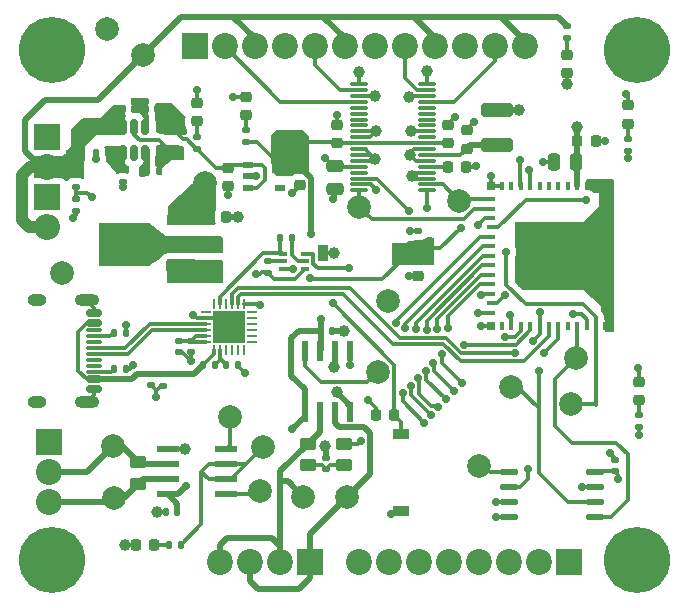
<source format=gtl>
G04 #@! TF.GenerationSoftware,KiCad,Pcbnew,8.0.6*
G04 #@! TF.CreationDate,2024-11-26T20:52:07-08:00*
G04 #@! TF.ProjectId,Constellation Stack V1.1,436f6e73-7465-46c6-9c61-74696f6e2053,rev?*
G04 #@! TF.SameCoordinates,Original*
G04 #@! TF.FileFunction,Copper,L1,Top*
G04 #@! TF.FilePolarity,Positive*
%FSLAX46Y46*%
G04 Gerber Fmt 4.6, Leading zero omitted, Abs format (unit mm)*
G04 Created by KiCad (PCBNEW 8.0.6) date 2024-11-26 20:52:07*
%MOMM*%
%LPD*%
G01*
G04 APERTURE LIST*
G04 Aperture macros list*
%AMRoundRect*
0 Rectangle with rounded corners*
0 $1 Rounding radius*
0 $2 $3 $4 $5 $6 $7 $8 $9 X,Y pos of 4 corners*
0 Add a 4 corners polygon primitive as box body*
4,1,4,$2,$3,$4,$5,$6,$7,$8,$9,$2,$3,0*
0 Add four circle primitives for the rounded corners*
1,1,$1+$1,$2,$3*
1,1,$1+$1,$4,$5*
1,1,$1+$1,$6,$7*
1,1,$1+$1,$8,$9*
0 Add four rect primitives between the rounded corners*
20,1,$1+$1,$2,$3,$4,$5,0*
20,1,$1+$1,$4,$5,$6,$7,0*
20,1,$1+$1,$6,$7,$8,$9,0*
20,1,$1+$1,$8,$9,$2,$3,0*%
%AMFreePoly0*
4,1,14,0.728536,0.728536,0.730000,0.725000,0.730000,-0.725000,0.728536,-0.728536,0.725000,-0.730000,-0.725000,-0.730000,-0.728536,-0.728536,-0.730000,-0.725000,-0.730000,0.125000,-0.728536,0.128536,-0.128536,0.728536,-0.125000,0.730000,0.725000,0.730000,0.728536,0.728536,0.728536,0.728536,$1*%
G04 Aperture macros list end*
G04 #@! TA.AperFunction,SMDPad,CuDef*
%ADD10R,0.889000X1.397000*%
G04 #@! TD*
G04 #@! TA.AperFunction,ComponentPad*
%ADD11C,2.000000*%
G04 #@! TD*
G04 #@! TA.AperFunction,SMDPad,CuDef*
%ADD12R,1.397000X0.889000*%
G04 #@! TD*
G04 #@! TA.AperFunction,SMDPad,CuDef*
%ADD13RoundRect,0.225000X0.225000X0.250000X-0.225000X0.250000X-0.225000X-0.250000X0.225000X-0.250000X0*%
G04 #@! TD*
G04 #@! TA.AperFunction,SMDPad,CuDef*
%ADD14RoundRect,0.250000X0.850000X-0.375000X0.850000X0.375000X-0.850000X0.375000X-0.850000X-0.375000X0*%
G04 #@! TD*
G04 #@! TA.AperFunction,SMDPad,CuDef*
%ADD15RoundRect,0.135000X-0.135000X-0.185000X0.135000X-0.185000X0.135000X0.185000X-0.135000X0.185000X0*%
G04 #@! TD*
G04 #@! TA.AperFunction,SMDPad,CuDef*
%ADD16RoundRect,0.135000X-0.185000X0.135000X-0.185000X-0.135000X0.185000X-0.135000X0.185000X0.135000X0*%
G04 #@! TD*
G04 #@! TA.AperFunction,SMDPad,CuDef*
%ADD17RoundRect,0.135000X0.185000X-0.135000X0.185000X0.135000X-0.185000X0.135000X-0.185000X-0.135000X0*%
G04 #@! TD*
G04 #@! TA.AperFunction,SMDPad,CuDef*
%ADD18RoundRect,0.140000X-0.170000X0.140000X-0.170000X-0.140000X0.170000X-0.140000X0.170000X0.140000X0*%
G04 #@! TD*
G04 #@! TA.AperFunction,SMDPad,CuDef*
%ADD19RoundRect,0.073750X-0.221250X0.801250X-0.221250X-0.801250X0.221250X-0.801250X0.221250X0.801250X0*%
G04 #@! TD*
G04 #@! TA.AperFunction,SMDPad,CuDef*
%ADD20RoundRect,0.250000X-1.100000X0.325000X-1.100000X-0.325000X1.100000X-0.325000X1.100000X0.325000X0*%
G04 #@! TD*
G04 #@! TA.AperFunction,SMDPad,CuDef*
%ADD21RoundRect,0.250000X-0.450000X0.262500X-0.450000X-0.262500X0.450000X-0.262500X0.450000X0.262500X0*%
G04 #@! TD*
G04 #@! TA.AperFunction,SMDPad,CuDef*
%ADD22R,0.952500X0.508000*%
G04 #@! TD*
G04 #@! TA.AperFunction,SMDPad,CuDef*
%ADD23RoundRect,0.075000X0.662500X0.075000X-0.662500X0.075000X-0.662500X-0.075000X0.662500X-0.075000X0*%
G04 #@! TD*
G04 #@! TA.AperFunction,SMDPad,CuDef*
%ADD24RoundRect,0.218750X0.256250X-0.218750X0.256250X0.218750X-0.256250X0.218750X-0.256250X-0.218750X0*%
G04 #@! TD*
G04 #@! TA.AperFunction,SMDPad,CuDef*
%ADD25RoundRect,0.140000X-0.140000X-0.170000X0.140000X-0.170000X0.140000X0.170000X-0.140000X0.170000X0*%
G04 #@! TD*
G04 #@! TA.AperFunction,SMDPad,CuDef*
%ADD26RoundRect,0.225000X-0.250000X0.225000X-0.250000X-0.225000X0.250000X-0.225000X0.250000X0.225000X0*%
G04 #@! TD*
G04 #@! TA.AperFunction,SMDPad,CuDef*
%ADD27RoundRect,0.250000X0.450000X-0.262500X0.450000X0.262500X-0.450000X0.262500X-0.450000X-0.262500X0*%
G04 #@! TD*
G04 #@! TA.AperFunction,SMDPad,CuDef*
%ADD28RoundRect,0.135000X0.135000X0.185000X-0.135000X0.185000X-0.135000X-0.185000X0.135000X-0.185000X0*%
G04 #@! TD*
G04 #@! TA.AperFunction,SMDPad,CuDef*
%ADD29RoundRect,0.062500X-0.350000X-0.062500X0.350000X-0.062500X0.350000X0.062500X-0.350000X0.062500X0*%
G04 #@! TD*
G04 #@! TA.AperFunction,SMDPad,CuDef*
%ADD30RoundRect,0.062500X-0.062500X-0.350000X0.062500X-0.350000X0.062500X0.350000X-0.062500X0.350000X0*%
G04 #@! TD*
G04 #@! TA.AperFunction,SMDPad,CuDef*
%ADD31R,2.700000X2.700000*%
G04 #@! TD*
G04 #@! TA.AperFunction,ComponentPad*
%ADD32C,5.600000*%
G04 #@! TD*
G04 #@! TA.AperFunction,SMDPad,CuDef*
%ADD33RoundRect,0.218750X-0.256250X0.218750X-0.256250X-0.218750X0.256250X-0.218750X0.256250X0.218750X0*%
G04 #@! TD*
G04 #@! TA.AperFunction,SMDPad,CuDef*
%ADD34RoundRect,0.150000X-0.500000X0.150000X-0.500000X-0.150000X0.500000X-0.150000X0.500000X0.150000X0*%
G04 #@! TD*
G04 #@! TA.AperFunction,SMDPad,CuDef*
%ADD35RoundRect,0.075000X-0.575000X0.075000X-0.575000X-0.075000X0.575000X-0.075000X0.575000X0.075000X0*%
G04 #@! TD*
G04 #@! TA.AperFunction,ComponentPad*
%ADD36O,2.100000X1.000000*%
G04 #@! TD*
G04 #@! TA.AperFunction,ComponentPad*
%ADD37O,1.600000X1.000000*%
G04 #@! TD*
G04 #@! TA.AperFunction,SMDPad,CuDef*
%ADD38RoundRect,0.140000X0.140000X0.170000X-0.140000X0.170000X-0.140000X-0.170000X0.140000X-0.170000X0*%
G04 #@! TD*
G04 #@! TA.AperFunction,SMDPad,CuDef*
%ADD39RoundRect,0.133350X-0.615950X-0.133350X0.615950X-0.133350X0.615950X0.133350X-0.615950X0.133350X0*%
G04 #@! TD*
G04 #@! TA.AperFunction,SMDPad,CuDef*
%ADD40RoundRect,0.140000X0.170000X-0.140000X0.170000X0.140000X-0.170000X0.140000X-0.170000X-0.140000X0*%
G04 #@! TD*
G04 #@! TA.AperFunction,SMDPad,CuDef*
%ADD41R,0.650000X0.400000*%
G04 #@! TD*
G04 #@! TA.AperFunction,SMDPad,CuDef*
%ADD42RoundRect,0.225000X-0.225000X-0.250000X0.225000X-0.250000X0.225000X0.250000X-0.225000X0.250000X0*%
G04 #@! TD*
G04 #@! TA.AperFunction,SMDPad,CuDef*
%ADD43RoundRect,0.250000X-0.475000X0.250000X-0.475000X-0.250000X0.475000X-0.250000X0.475000X0.250000X0*%
G04 #@! TD*
G04 #@! TA.AperFunction,SMDPad,CuDef*
%ADD44RoundRect,0.150000X-0.150000X0.512500X-0.150000X-0.512500X0.150000X-0.512500X0.150000X0.512500X0*%
G04 #@! TD*
G04 #@! TA.AperFunction,SMDPad,CuDef*
%ADD45R,1.981200X0.540800*%
G04 #@! TD*
G04 #@! TA.AperFunction,SMDPad,CuDef*
%ADD46RoundRect,0.250000X0.250000X0.475000X-0.250000X0.475000X-0.250000X-0.475000X0.250000X-0.475000X0*%
G04 #@! TD*
G04 #@! TA.AperFunction,SMDPad,CuDef*
%ADD47R,0.400000X0.800000*%
G04 #@! TD*
G04 #@! TA.AperFunction,SMDPad,CuDef*
%ADD48R,0.800000X0.400000*%
G04 #@! TD*
G04 #@! TA.AperFunction,SMDPad,CuDef*
%ADD49R,1.450000X1.450000*%
G04 #@! TD*
G04 #@! TA.AperFunction,SMDPad,CuDef*
%ADD50R,0.700000X0.700000*%
G04 #@! TD*
G04 #@! TA.AperFunction,SMDPad,CuDef*
%ADD51FreePoly0,270.000000*%
G04 #@! TD*
G04 #@! TA.AperFunction,SMDPad,CuDef*
%ADD52RoundRect,0.250000X0.475000X-0.250000X0.475000X0.250000X-0.475000X0.250000X-0.475000X-0.250000X0*%
G04 #@! TD*
G04 #@! TA.AperFunction,SMDPad,CuDef*
%ADD53RoundRect,0.218750X-0.218750X-0.256250X0.218750X-0.256250X0.218750X0.256250X-0.218750X0.256250X0*%
G04 #@! TD*
G04 #@! TA.AperFunction,SMDPad,CuDef*
%ADD54R,2.150000X0.950000*%
G04 #@! TD*
G04 #@! TA.AperFunction,SMDPad,CuDef*
%ADD55R,2.150000X3.250000*%
G04 #@! TD*
G04 #@! TA.AperFunction,ComponentPad*
%ADD56O,2.200000X2.200000*%
G04 #@! TD*
G04 #@! TA.AperFunction,ComponentPad*
%ADD57R,2.200000X2.200000*%
G04 #@! TD*
G04 #@! TA.AperFunction,ComponentPad*
%ADD58C,2.200000*%
G04 #@! TD*
G04 #@! TA.AperFunction,ViaPad*
%ADD59C,0.700000*%
G04 #@! TD*
G04 #@! TA.AperFunction,ViaPad*
%ADD60C,1.000000*%
G04 #@! TD*
G04 #@! TA.AperFunction,Conductor*
%ADD61C,0.300000*%
G04 #@! TD*
G04 #@! TA.AperFunction,Conductor*
%ADD62C,0.500000*%
G04 #@! TD*
G04 #@! TA.AperFunction,Conductor*
%ADD63C,1.000000*%
G04 #@! TD*
G04 APERTURE END LIST*
D10*
X52094999Y-46390318D03*
X58595001Y-46390318D03*
D11*
X50450000Y-67000000D03*
X54170000Y-67000000D03*
X56810000Y-56400000D03*
X57640000Y-50440000D03*
X34410000Y-67130000D03*
X34370000Y-62680000D03*
X47070000Y-62810000D03*
X44280000Y-60270000D03*
X46810000Y-66500000D03*
X63670000Y-41940000D03*
X65330000Y-64400000D03*
X55190000Y-42440001D03*
X73090000Y-59160000D03*
X73540000Y-55260000D03*
X68090000Y-57670000D03*
X30010000Y-48060000D03*
X49750000Y-36960000D03*
X42160000Y-40440000D03*
X36880000Y-29630000D03*
X33860000Y-27360000D03*
D12*
X58760000Y-68190002D03*
X58760000Y-61690000D03*
D13*
X58185000Y-60090000D03*
X56635000Y-60090000D03*
D14*
X39300000Y-35715000D03*
X39300000Y-37865000D03*
D15*
X32940000Y-37930000D03*
X33960000Y-37930000D03*
D16*
X35190000Y-39360001D03*
X35190000Y-40379999D03*
D17*
X78860000Y-60101250D03*
X78860000Y-61121250D03*
D18*
X39940000Y-53797500D03*
X39940000Y-54757500D03*
D17*
X47470000Y-48040000D03*
X47470000Y-47020000D03*
D19*
X54385000Y-54635000D03*
X53115000Y-54635000D03*
X51845000Y-54635000D03*
X50575000Y-54635000D03*
X50575000Y-59805000D03*
X51845000Y-59805000D03*
X53115000Y-59805000D03*
X54385000Y-59805000D03*
D20*
X66840000Y-34265000D03*
X66840000Y-37215000D03*
D18*
X38549999Y-56630000D03*
X38549999Y-57590000D03*
D15*
X48460000Y-45090000D03*
X49480000Y-45090000D03*
D21*
X53880000Y-62492500D03*
X53880000Y-64317500D03*
D16*
X72810000Y-27160000D03*
X72810000Y-28180000D03*
D22*
X45762050Y-38930040D03*
X45762050Y-39880000D03*
X45762050Y-40829960D03*
X48517950Y-40829960D03*
X48517950Y-38930040D03*
D23*
X60922500Y-41060000D03*
X60922500Y-40560000D03*
X60922500Y-40060000D03*
X60922500Y-39560000D03*
X60922500Y-39060000D03*
X60922500Y-38560000D03*
X60922500Y-38060000D03*
X60922500Y-37560000D03*
X60922500Y-37060000D03*
X60922500Y-36560000D03*
X60922500Y-36060000D03*
X60922500Y-35560000D03*
X60922500Y-35060000D03*
X60922500Y-34560000D03*
X60922500Y-34060000D03*
X60922500Y-33560000D03*
X60922500Y-33060000D03*
X60922500Y-32560000D03*
X60922500Y-32060000D03*
X55197500Y-32060000D03*
X55197500Y-32560000D03*
X55197500Y-33060000D03*
X55197500Y-33560000D03*
X55197500Y-34060000D03*
X55197500Y-34560000D03*
X55197500Y-35060000D03*
X55197500Y-35560000D03*
X55197500Y-36060000D03*
X55197500Y-36560000D03*
X55197500Y-37060000D03*
X55197500Y-37560000D03*
X55197500Y-38060000D03*
X55197500Y-38560000D03*
X55197500Y-39060000D03*
X55197500Y-39560000D03*
X55197500Y-40060000D03*
X55197500Y-40560000D03*
X55197500Y-41060000D03*
D24*
X72810000Y-31145000D03*
X72810000Y-29570000D03*
D25*
X35160000Y-34170000D03*
X36120000Y-34170000D03*
D26*
X64310000Y-35965000D03*
X64310000Y-37515000D03*
D27*
X36490000Y-65922500D03*
X36490000Y-64097500D03*
D28*
X43020001Y-55807500D03*
X42000001Y-55807500D03*
D29*
X42207500Y-51360000D03*
X42207500Y-51860000D03*
X42207500Y-52360000D03*
X42207500Y-52860000D03*
X42207500Y-53360000D03*
X42207500Y-53860000D03*
D30*
X42920000Y-54572500D03*
X43420000Y-54572500D03*
X43920000Y-54572500D03*
X44420000Y-54572500D03*
X44920000Y-54572500D03*
X45420000Y-54572500D03*
D29*
X46132500Y-53860000D03*
X46132500Y-53360000D03*
X46132500Y-52860000D03*
X46132500Y-52360000D03*
X46132500Y-51860000D03*
X46132500Y-51360000D03*
D30*
X45420000Y-50647500D03*
X44920000Y-50647500D03*
X44420000Y-50647500D03*
X43920000Y-50647500D03*
X43420000Y-50647500D03*
X42920000Y-50647500D03*
D31*
X44170000Y-52610000D03*
D26*
X60215001Y-46745318D03*
X60215001Y-48295318D03*
D16*
X60215450Y-44480318D03*
X60215450Y-45500318D03*
D26*
X50170000Y-39095000D03*
X50170000Y-40645000D03*
D32*
X29210000Y-29210000D03*
D27*
X50860000Y-64320000D03*
X50860000Y-62495000D03*
D16*
X31200000Y-39720002D03*
X31200000Y-40740002D03*
D28*
X40130000Y-71050000D03*
X39110000Y-71050000D03*
D33*
X45640001Y-33142502D03*
X45640001Y-34717502D03*
X41460000Y-33645000D03*
X41460000Y-35220000D03*
D26*
X62730000Y-35515000D03*
X62730000Y-37065000D03*
D33*
X78860000Y-58818751D03*
X78860000Y-57243751D03*
D32*
X29210000Y-72390000D03*
D28*
X44970000Y-55817500D03*
X43950000Y-55817500D03*
D34*
X32760000Y-51470000D03*
X32760000Y-52270000D03*
D35*
X32760000Y-53420000D03*
X32760000Y-54420000D03*
X32760000Y-54920000D03*
X32760000Y-55920000D03*
D34*
X32760000Y-57070000D03*
X32760000Y-57870000D03*
X32760000Y-57870000D03*
X32760000Y-57070000D03*
D35*
X32760000Y-56420000D03*
X32760000Y-55420000D03*
X32760000Y-53920000D03*
X32760000Y-52920000D03*
D34*
X32760000Y-52270000D03*
X32760000Y-51470000D03*
D36*
X32120000Y-50350000D03*
D37*
X27940000Y-50350000D03*
D36*
X32120000Y-58990000D03*
D37*
X27940000Y-58990000D03*
D38*
X39790000Y-68250000D03*
X38830000Y-68250000D03*
D32*
X78740000Y-29210000D03*
D39*
X67882400Y-64875000D03*
X67882400Y-66145000D03*
X67882400Y-67415000D03*
X67882400Y-68685000D03*
X75197600Y-68685000D03*
X75197600Y-67415000D03*
X75197600Y-66145000D03*
X75197600Y-64875000D03*
D40*
X76850000Y-64860000D03*
X76850000Y-63900000D03*
D26*
X44100001Y-39155001D03*
X44100001Y-40705001D03*
D41*
X48710000Y-46410000D03*
X48710000Y-47060000D03*
X48710000Y-47710000D03*
X50610000Y-47710000D03*
X50610000Y-47060000D03*
X50610000Y-46410000D03*
D17*
X41460000Y-37519999D03*
X41460000Y-36499999D03*
D42*
X42410000Y-43300000D03*
X43960000Y-43300000D03*
D43*
X42710000Y-45690000D03*
X42710000Y-47590000D03*
D16*
X31190000Y-41760000D03*
X31190000Y-42780000D03*
D15*
X34400000Y-56180000D03*
X35420000Y-56180000D03*
D26*
X53330000Y-35515000D03*
X53330000Y-37065000D03*
D15*
X34410000Y-53140000D03*
X35430000Y-53140000D03*
D44*
X37099999Y-35655000D03*
X36150000Y-35655000D03*
X35200001Y-35655000D03*
X35200001Y-37930000D03*
X36150000Y-37930000D03*
X37099999Y-37930000D03*
D17*
X45640000Y-36940000D03*
X45640000Y-35920000D03*
D18*
X52370000Y-63707500D03*
X52370000Y-64667500D03*
D45*
X43904999Y-66795000D03*
X43904999Y-65525000D03*
X43904999Y-64255000D03*
X43904999Y-62985000D03*
X38975001Y-62985000D03*
X38975001Y-64255000D03*
X38975001Y-65525000D03*
X38975001Y-66795000D03*
D17*
X77960000Y-37710000D03*
X77960000Y-36690000D03*
D46*
X73550000Y-38650000D03*
X71650000Y-38650000D03*
D38*
X38070000Y-34170000D03*
X37110000Y-34170000D03*
D18*
X37540000Y-56610000D03*
X37540000Y-57570000D03*
D47*
X75270000Y-40700000D03*
X74470000Y-40700000D03*
X73670000Y-40700000D03*
X72870000Y-40700000D03*
X72070000Y-40700000D03*
X71270000Y-40700000D03*
X70470000Y-40700000D03*
X69670000Y-40700000D03*
X68870000Y-40700000D03*
X68070000Y-40700000D03*
X67270000Y-40700000D03*
D48*
X66370000Y-41800000D03*
X66370000Y-42600000D03*
X66370000Y-43400000D03*
X66370000Y-44200000D03*
X66370000Y-45000000D03*
X66370000Y-45800000D03*
X66370000Y-46600000D03*
X66370000Y-47400000D03*
X66370000Y-48200000D03*
X66370000Y-49000000D03*
X66370000Y-49800000D03*
X66370000Y-50600000D03*
X66370000Y-51400000D03*
D47*
X67270000Y-52500000D03*
X68070000Y-52500000D03*
X68870000Y-52500000D03*
X69670000Y-52500000D03*
X70470000Y-52500000D03*
X71270000Y-52500000D03*
X72070000Y-52500000D03*
X72870000Y-52500000D03*
X73670000Y-52500000D03*
X74470000Y-52500000D03*
X75270000Y-52500000D03*
D48*
X76170000Y-51400000D03*
X76170000Y-50600000D03*
X76170000Y-49800000D03*
X76170000Y-49000000D03*
X76170000Y-48200000D03*
X76170000Y-47400000D03*
X76170000Y-46600000D03*
X76170000Y-45800000D03*
X76170000Y-45000000D03*
X76170000Y-44200000D03*
X76170000Y-43400000D03*
X76170000Y-42600000D03*
X76170000Y-41800000D03*
D49*
X71270000Y-46600000D03*
D50*
X76220000Y-52550000D03*
X66320000Y-52550000D03*
X66320000Y-40650000D03*
X76220000Y-40650000D03*
D49*
X71270000Y-44650000D03*
X69320000Y-44650000D03*
X69320000Y-46600000D03*
X69320000Y-48550000D03*
X71270000Y-48550000D03*
X73220000Y-48550000D03*
X73220000Y-46600000D03*
D51*
X73220000Y-44650000D03*
D52*
X53140000Y-40900000D03*
X53140000Y-39000000D03*
D32*
X78740000Y-72380000D03*
D33*
X77960000Y-33822500D03*
X77960000Y-35397500D03*
D53*
X36272501Y-71050000D03*
X37847501Y-71050000D03*
D25*
X51950000Y-52940000D03*
X52910000Y-52940000D03*
D42*
X62695000Y-39060000D03*
X64245000Y-39060000D03*
D25*
X38220000Y-39440000D03*
X37260000Y-39440000D03*
D18*
X40980001Y-53797500D03*
X40980001Y-54757500D03*
D54*
X40230000Y-47900000D03*
X40230000Y-45600000D03*
X40230000Y-43300000D03*
D55*
X34430000Y-45600000D03*
D42*
X73655000Y-36850000D03*
X75205000Y-36850000D03*
D56*
X28790000Y-44160000D03*
D57*
X28790000Y-41620000D03*
D58*
X28790000Y-39080000D03*
D57*
X28790000Y-36540000D03*
X41260000Y-28850000D03*
D58*
X43800000Y-28850000D03*
X46340000Y-28850000D03*
X48880000Y-28850000D03*
X51420000Y-28850000D03*
X53960000Y-28850000D03*
X56500000Y-28850000D03*
X59040000Y-28850000D03*
X61580000Y-28850000D03*
X64120000Y-28850000D03*
X66660000Y-28850000D03*
X69200000Y-28850000D03*
D57*
X51050000Y-72520000D03*
D58*
X48510000Y-72520000D03*
X45970000Y-72520000D03*
X43430000Y-72520000D03*
X28910000Y-67460000D03*
X28910000Y-64920000D03*
D57*
X28910000Y-62380000D03*
X72930000Y-72530000D03*
D58*
X70390000Y-72530000D03*
X67850000Y-72530000D03*
X65310000Y-72530000D03*
X62770000Y-72530000D03*
X60230000Y-72530000D03*
X57690000Y-72530000D03*
X55150000Y-72530000D03*
D59*
X52940000Y-50610000D03*
X57900000Y-68480000D03*
X55940000Y-58830000D03*
X51060000Y-48500000D03*
X49630000Y-47680000D03*
D60*
X36619921Y-33780000D03*
D59*
X35210000Y-40800000D03*
X32940000Y-38420000D03*
D60*
X39200000Y-34310000D03*
X56540000Y-38380000D03*
D59*
X44100000Y-41490000D03*
X42320000Y-48480000D03*
X65540000Y-52550000D03*
X76400000Y-63320000D03*
D60*
X74940000Y-46510000D03*
X74940000Y-49160000D03*
D59*
X44480000Y-33140000D03*
D60*
X53280000Y-58170000D03*
X35340000Y-71050000D03*
X52280000Y-62740000D03*
D59*
X52940000Y-41750000D03*
X41490000Y-32569999D03*
X59395450Y-48295318D03*
D60*
X74940000Y-45185000D03*
X56508284Y-33058767D03*
X59609106Y-36054748D03*
X72810000Y-32080000D03*
X59439380Y-33116796D03*
D59*
X65050000Y-39000000D03*
X30930000Y-43390000D03*
X78840000Y-56131251D03*
X36051486Y-55881110D03*
D60*
X68690000Y-34260000D03*
X59640000Y-39800000D03*
D59*
X65260000Y-43989500D03*
X45550000Y-56500000D03*
X41160000Y-51580000D03*
X40980000Y-55517500D03*
X63350000Y-34830000D03*
D60*
X74940000Y-47835000D03*
D59*
X49540000Y-41240000D03*
D60*
X56660000Y-36010000D03*
D59*
X35460000Y-52470000D03*
D60*
X40470000Y-62990000D03*
D59*
X43070000Y-48500000D03*
D60*
X59485500Y-38080000D03*
X53035001Y-46390318D03*
X44910000Y-43300000D03*
X53090000Y-56020000D03*
X55200000Y-31000000D03*
X74940000Y-43860000D03*
D59*
X46499016Y-39880000D03*
D60*
X60920000Y-30990000D03*
D59*
X76000000Y-36840000D03*
D60*
X38050000Y-68250000D03*
X53870000Y-52940000D03*
D59*
X66790000Y-68700000D03*
X53330000Y-34710000D03*
X66350000Y-39850000D03*
X70800000Y-38670000D03*
X64910000Y-35280000D03*
X77790000Y-32909999D03*
X37970000Y-58570000D03*
X78860000Y-61731251D03*
D60*
X73670000Y-35660000D03*
D59*
X59530000Y-44500000D03*
D60*
X37350000Y-44550000D03*
D59*
X74100000Y-66145000D03*
D60*
X37400000Y-45650000D03*
X36300000Y-46750000D03*
X37400000Y-46750000D03*
D59*
X66790000Y-67410000D03*
X52290000Y-38280000D03*
D60*
X36300000Y-45640000D03*
D59*
X77150000Y-65510000D03*
D60*
X36300000Y-44550000D03*
D59*
X69540000Y-39330000D03*
X63790000Y-44230000D03*
X51950000Y-51930000D03*
X49520000Y-61300000D03*
X51120000Y-44760000D03*
X40570000Y-66110000D03*
X54340000Y-47640000D03*
X67530000Y-49920000D03*
X46450000Y-48170000D03*
X46825813Y-50790863D03*
X55310000Y-62320000D03*
X67960000Y-51610000D03*
X32570000Y-41660000D03*
X68850000Y-38480000D03*
X74400000Y-41850000D03*
X77920000Y-38340000D03*
X70410000Y-56360000D03*
X69880189Y-53830567D03*
X70470000Y-51379500D03*
X56640000Y-41010000D03*
X60922500Y-42560000D03*
X59450000Y-42790000D03*
X67650000Y-46270000D03*
X69510000Y-64670000D03*
X73340000Y-51550000D03*
X67570000Y-53441000D03*
X64095628Y-54125628D03*
X54420000Y-55810000D03*
X65520000Y-49900500D03*
X65290000Y-51400000D03*
X68420000Y-54840000D03*
X70850000Y-54840000D03*
X62696128Y-52740000D03*
X63923175Y-57343175D03*
X62225122Y-54941422D03*
X63230500Y-58085837D03*
X61800893Y-52827508D03*
X61464804Y-55701740D03*
X62533774Y-58732575D03*
X60901599Y-52846847D03*
X60828760Y-56337784D03*
X60002191Y-52833788D03*
X60192716Y-56973828D03*
X61897730Y-59368620D03*
X61303671Y-60044045D03*
X59106833Y-52747539D03*
X59556672Y-57609873D03*
X60716198Y-60725206D03*
X58920628Y-58245917D03*
X58338209Y-52280291D03*
D61*
X58185000Y-55855000D02*
X52940000Y-50610000D01*
X58185000Y-60090000D02*
X58185000Y-55855000D01*
X54420000Y-55810000D02*
X54420000Y-54670000D01*
X54420000Y-54670000D02*
X54385000Y-54635000D01*
X58760000Y-60665000D02*
X58185000Y-60090000D01*
X58760000Y-61690000D02*
X58760000Y-60665000D01*
X58189998Y-68190002D02*
X57900000Y-68480000D01*
X58760000Y-68190002D02*
X58189998Y-68190002D01*
X56635000Y-59525000D02*
X55940000Y-58830000D01*
X56635000Y-60090000D02*
X56635000Y-59525000D01*
X48710000Y-47710000D02*
X49600000Y-47710000D01*
X49600000Y-47710000D02*
X49630000Y-47680000D01*
X44960000Y-49320000D02*
X44420000Y-49860000D01*
X54387968Y-49320000D02*
X44960000Y-49320000D01*
X62530050Y-53550000D02*
X58617968Y-53550000D01*
X58617968Y-53550000D02*
X54387968Y-49320000D01*
X63820050Y-54840000D02*
X62530050Y-53550000D01*
X44420000Y-49860000D02*
X44420000Y-50647500D01*
X68420000Y-54840000D02*
X63820050Y-54840000D01*
X71270000Y-53430000D02*
X71270000Y-52500000D01*
X62322944Y-54050000D02*
X63812944Y-55540000D01*
X63812944Y-55540000D02*
X69160000Y-55540000D01*
X53790000Y-49820000D02*
X58020000Y-54050000D01*
X45167106Y-49820000D02*
X53790000Y-49820000D01*
X44920000Y-50647500D02*
X44920000Y-50067106D01*
X44920000Y-50067106D02*
X45167106Y-49820000D01*
X58020000Y-54050000D02*
X62322944Y-54050000D01*
X69160000Y-55540000D02*
X71270000Y-53430000D01*
X49770000Y-48550000D02*
X50610000Y-47710000D01*
X47980000Y-48550000D02*
X49770000Y-48550000D01*
X47470000Y-48040000D02*
X47980000Y-48550000D01*
X32940000Y-38420000D02*
X32940000Y-37930000D01*
X40305000Y-36720000D02*
X39300000Y-35715000D01*
X41379999Y-37519999D02*
X40580000Y-36720000D01*
X41460000Y-37519999D02*
X41379999Y-37519999D01*
X40580000Y-36720000D02*
X40305000Y-36720000D01*
X43095002Y-39155001D02*
X41460000Y-37519999D01*
X44100001Y-39155001D02*
X43095002Y-39155001D01*
X44324962Y-38930040D02*
X44100001Y-39155001D01*
X45762050Y-38930040D02*
X44324962Y-38930040D01*
X35190000Y-40780000D02*
X35210000Y-40800000D01*
X35190000Y-40379999D02*
X35190000Y-40780000D01*
X38245000Y-36810000D02*
X39300000Y-37865000D01*
X36631237Y-36810000D02*
X38245000Y-36810000D01*
X36150000Y-36328763D02*
X36631237Y-36810000D01*
X36150000Y-35655000D02*
X36150000Y-36328763D01*
X46539006Y-40829960D02*
X47199016Y-40169950D01*
X47199016Y-39149016D02*
X46980040Y-38930040D01*
X47199016Y-40169950D02*
X47199016Y-39149016D01*
X46980040Y-38930040D02*
X45762050Y-38930040D01*
X45762050Y-40829960D02*
X46539006Y-40829960D01*
X37970000Y-58570000D02*
X37970000Y-58060000D01*
X56540000Y-38380000D02*
X56220000Y-38060000D01*
X52094999Y-46390318D02*
X53035001Y-46390318D01*
X64310000Y-35965000D02*
X64310000Y-35880000D01*
D62*
X52370000Y-63707500D02*
X52370000Y-62830000D01*
X52370000Y-62830000D02*
X52280000Y-62740000D01*
X53280000Y-58170000D02*
X54385000Y-59275000D01*
D61*
X75990000Y-36850000D02*
X76000000Y-36840000D01*
X66320000Y-40650000D02*
X66320000Y-39880000D01*
X75205000Y-36850000D02*
X75990000Y-36850000D01*
X77790000Y-32909999D02*
X77960000Y-33079999D01*
D62*
X53115000Y-55995000D02*
X53090000Y-56020000D01*
D61*
X56220000Y-38060000D02*
X55197500Y-38060000D01*
X35420000Y-56180000D02*
X35752596Y-56180000D01*
X32760000Y-58350000D02*
X32120000Y-58990000D01*
X65849500Y-43400000D02*
X65260000Y-43989500D01*
X40980001Y-54757500D02*
X40980001Y-55517499D01*
X56507051Y-33060000D02*
X56508284Y-33058767D01*
X32760000Y-50990000D02*
X32120000Y-50350000D01*
D62*
X52910000Y-52940000D02*
X53870000Y-52940000D01*
X68685000Y-34265000D02*
X68690000Y-34260000D01*
D61*
X37970000Y-58000000D02*
X37540000Y-57570000D01*
X40980001Y-55517499D02*
X40980000Y-55517500D01*
X78860000Y-57243752D02*
X78860000Y-56151250D01*
X64990000Y-39060000D02*
X64245000Y-39060000D01*
X55197500Y-32060000D02*
X55197500Y-31002500D01*
X39940000Y-54757500D02*
X40220000Y-54757500D01*
X65050000Y-39000000D02*
X64990000Y-39060000D01*
X59640000Y-39800000D02*
X59900000Y-40060000D01*
X36272501Y-71050000D02*
X35340000Y-71050000D01*
D62*
X53115000Y-54635000D02*
X53115000Y-55995000D01*
D61*
X56540000Y-38380000D02*
X56360000Y-38560000D01*
X59614358Y-36060000D02*
X59609106Y-36054748D01*
X53140000Y-40900000D02*
X53140000Y-41550000D01*
X41490000Y-33615000D02*
X41460000Y-33645000D01*
X44970000Y-55920000D02*
X44970000Y-55817500D01*
X59485500Y-38080000D02*
X59965500Y-38560000D01*
X56610000Y-36060000D02*
X55197500Y-36060000D01*
X67270000Y-40700000D02*
X66370000Y-40700000D01*
X59485500Y-38080000D02*
X59485500Y-37924500D01*
X35752596Y-56180000D02*
X36051486Y-55881110D01*
X45762050Y-39880000D02*
X46499016Y-39880000D01*
X45640001Y-33142502D02*
X44482502Y-33142502D01*
X76850000Y-63900000D02*
X76850000Y-63770000D01*
X53140000Y-41550000D02*
X52940000Y-41750000D01*
X59850000Y-37560000D02*
X60922500Y-37560000D01*
X65540000Y-52550000D02*
X66320000Y-52550000D01*
D62*
X66840000Y-34265000D02*
X68685000Y-34265000D01*
D61*
X59900000Y-40060000D02*
X60922500Y-40060000D01*
X44100001Y-41489999D02*
X44100000Y-41490000D01*
X55197500Y-33060000D02*
X56507051Y-33060000D01*
X41490000Y-32569999D02*
X41490000Y-33615000D01*
X40465000Y-62985000D02*
X40470000Y-62990000D01*
X62730000Y-35450000D02*
X63350000Y-34830000D01*
X60922500Y-30992500D02*
X60920000Y-30990000D01*
X38440000Y-57590000D02*
X38549999Y-57590000D01*
X44482502Y-33142502D02*
X44480000Y-33140000D01*
X49540000Y-41240000D02*
X49575000Y-41240000D01*
X31190000Y-43130000D02*
X31190000Y-42780000D01*
X59496176Y-33060000D02*
X59439380Y-33116796D01*
X71650000Y-38650000D02*
X70820000Y-38650000D01*
X30930000Y-43390000D02*
X31190000Y-43130000D01*
X37970000Y-58060000D02*
X38440000Y-57590000D01*
X55720000Y-37560000D02*
X55197500Y-37560000D01*
X67882400Y-68685000D02*
X66805000Y-68685000D01*
X41160000Y-51580000D02*
X41440000Y-51860000D01*
X66320000Y-39880000D02*
X66350000Y-39850000D01*
X60922500Y-32060000D02*
X60922500Y-30992500D01*
X60922500Y-33060000D02*
X59496176Y-33060000D01*
X59485500Y-37924500D02*
X59850000Y-37560000D01*
D62*
X43960000Y-43300000D02*
X44910000Y-43300000D01*
D61*
X56660000Y-36010000D02*
X56110000Y-36560000D01*
X64310000Y-35880000D02*
X64910000Y-35280000D01*
X59965500Y-38560000D02*
X60922500Y-38560000D01*
D62*
X54385000Y-59275000D02*
X54385000Y-59805000D01*
D61*
X60922500Y-39560000D02*
X59880000Y-39560000D01*
X44170000Y-52610000D02*
X43420000Y-51860000D01*
X59395450Y-48295318D02*
X60215001Y-48295318D01*
X41440000Y-51860000D02*
X42207500Y-51860000D01*
X66370000Y-40700000D02*
X66320000Y-40650000D01*
X66805000Y-68685000D02*
X66790000Y-68700000D01*
X76850000Y-63770000D02*
X76400000Y-63320000D01*
X53330000Y-35515000D02*
X53330000Y-34710000D01*
X60922500Y-36060000D02*
X59614358Y-36060000D01*
X78860000Y-56151250D02*
X78840000Y-56131251D01*
X56540000Y-38380000D02*
X55720000Y-37560000D01*
X45550000Y-56500000D02*
X44970000Y-55920000D01*
X32760000Y-51470000D02*
X32760000Y-50990000D01*
X38830000Y-68250000D02*
X38050000Y-68250000D01*
X38975001Y-62985000D02*
X40465000Y-62985000D01*
X70820000Y-38650000D02*
X70800000Y-38670000D01*
X35430000Y-53140000D02*
X35430000Y-52500000D01*
X56110000Y-36560000D02*
X55197500Y-36560000D01*
X56360000Y-38560000D02*
X55197500Y-38560000D01*
X77960000Y-33079999D02*
X77960000Y-33822499D01*
X56660000Y-36010000D02*
X56610000Y-36060000D01*
X37970000Y-58570000D02*
X37970000Y-58000000D01*
X44100001Y-40705001D02*
X44100001Y-41489999D01*
X72810000Y-31145000D02*
X72810000Y-32080000D01*
X49575000Y-41240000D02*
X50170000Y-40645000D01*
X59880000Y-39560000D02*
X59640000Y-39800000D01*
X43420000Y-51860000D02*
X42207500Y-51860000D01*
X35430000Y-52500000D02*
X35460000Y-52470000D01*
X55197500Y-31002500D02*
X55200000Y-31000000D01*
X32760000Y-57870000D02*
X32760000Y-58350000D01*
X40220000Y-54757500D02*
X40980000Y-55517500D01*
X62730000Y-35515000D02*
X62730000Y-35450000D01*
X66370000Y-43400000D02*
X65849500Y-43400000D01*
X67882400Y-67415000D02*
X66795000Y-67415000D01*
X55197500Y-39060000D02*
X53200000Y-39060000D01*
X78860000Y-61121249D02*
X78860000Y-61731251D01*
X75212600Y-64860000D02*
X75197600Y-64875000D01*
X53200000Y-39060000D02*
X53140000Y-39000000D01*
X77150000Y-65160000D02*
X76850000Y-64860000D01*
X74100000Y-66145000D02*
X75197600Y-66145000D01*
X66795000Y-67415000D02*
X66790000Y-67410000D01*
X59530000Y-44500000D02*
X59549682Y-44480318D01*
X53140000Y-39000000D02*
X53010000Y-39000000D01*
X53010000Y-39000000D02*
X52290000Y-38280000D01*
X77150000Y-65510000D02*
X77150000Y-65160000D01*
X76850000Y-64860000D02*
X75212600Y-64860000D01*
X59549682Y-44480318D02*
X60215450Y-44480318D01*
D62*
X73670000Y-40700000D02*
X73670000Y-35660000D01*
D61*
X61010319Y-45950000D02*
X60215001Y-46745318D01*
X62070000Y-45950000D02*
X61010319Y-45950000D01*
X69670000Y-39460000D02*
X69540000Y-39330000D01*
X63790000Y-44230000D02*
X62070000Y-45950000D01*
X69670000Y-40700000D02*
X69670000Y-39460000D01*
X31400000Y-56311041D02*
X32158959Y-57070000D01*
X31400000Y-53025305D02*
X31400000Y-56311041D01*
D62*
X38549999Y-56630000D02*
X41177501Y-56630000D01*
X35920000Y-57070000D02*
X36380000Y-56610000D01*
X41177501Y-56630000D02*
X42000001Y-55807500D01*
D61*
X42920000Y-54887501D02*
X42000001Y-55807500D01*
X32155305Y-52270000D02*
X31400000Y-53025305D01*
D62*
X37540000Y-56610000D02*
X38529999Y-56610000D01*
X38529999Y-56610000D02*
X38549999Y-56630000D01*
D61*
X32158959Y-57070000D02*
X32760000Y-57070000D01*
X32760000Y-52270000D02*
X32155305Y-52270000D01*
X42920000Y-54572500D02*
X42920000Y-54887501D01*
D62*
X32760000Y-57070000D02*
X35920000Y-57070000D01*
X36380000Y-56610000D02*
X37540000Y-56610000D01*
D61*
X40980001Y-53797500D02*
X41417501Y-53360000D01*
X41042501Y-53860000D02*
X40980001Y-53797500D01*
X41417501Y-53360000D02*
X42207500Y-53360000D01*
X39940000Y-53797500D02*
X40980001Y-53797500D01*
X42207500Y-53860000D02*
X41042501Y-53860000D01*
D62*
X39790000Y-68250000D02*
X39790000Y-67609999D01*
X50575000Y-59805000D02*
X50575000Y-57895000D01*
X51100000Y-44740000D02*
X51100000Y-40025000D01*
X49450000Y-53590000D02*
X50100000Y-52940000D01*
D61*
X62725000Y-37060000D02*
X62730000Y-37065000D01*
D62*
X39790000Y-67609999D02*
X38975001Y-66795000D01*
X51120000Y-44760000D02*
X51100000Y-44740000D01*
X50575000Y-57895000D02*
X49450000Y-56770000D01*
X50100000Y-52940000D02*
X51950000Y-52940000D01*
D61*
X53330000Y-37065000D02*
X53335000Y-37060000D01*
X60922500Y-37060000D02*
X62725000Y-37060000D01*
D62*
X51950000Y-54530000D02*
X51845000Y-54635000D01*
D61*
X45640000Y-36940000D02*
X46527910Y-36940000D01*
X53335000Y-37060000D02*
X55197500Y-37060000D01*
X46527910Y-36940000D02*
X48517950Y-38930040D01*
D62*
X40570000Y-66110000D02*
X39885000Y-66795000D01*
X51950000Y-52940000D02*
X51950000Y-51930000D01*
X50575000Y-60245000D02*
X49520000Y-61300000D01*
D61*
X53225000Y-36960000D02*
X53330000Y-37065000D01*
D62*
X39885000Y-66795000D02*
X38975001Y-66795000D01*
X51100000Y-40025000D02*
X50170000Y-39095000D01*
X51950000Y-52940000D02*
X51950000Y-54530000D01*
X50575000Y-59805000D02*
X50575000Y-60245000D01*
D61*
X49750000Y-36960000D02*
X53225000Y-36960000D01*
X55197500Y-37060000D02*
X60922500Y-37060000D01*
D62*
X49450000Y-56770000D02*
X49450000Y-53590000D01*
X46340000Y-28850000D02*
X46340000Y-28160000D01*
X53960000Y-28860000D02*
X53960000Y-28190000D01*
D63*
X27234366Y-44160000D02*
X26670000Y-43595634D01*
D62*
X28560000Y-33410000D02*
X33100000Y-33410000D01*
X61580000Y-28850000D02*
X61580000Y-28140000D01*
D63*
X26670000Y-39730000D02*
X27320000Y-39080000D01*
X27320000Y-39080000D02*
X28790000Y-39080000D01*
D62*
X28790000Y-39080000D02*
X28230000Y-39080000D01*
X40140000Y-26370000D02*
X72020000Y-26370000D01*
X28230000Y-39080000D02*
X26860000Y-37710000D01*
D63*
X26670000Y-43595634D02*
X26670000Y-39730000D01*
D62*
X72020000Y-26370000D02*
X72810000Y-27160000D01*
X53960000Y-28190000D02*
X52140000Y-26370000D01*
X53920000Y-28900000D02*
X53960000Y-28860000D01*
X46340000Y-28160000D02*
X44550000Y-26370000D01*
D63*
X28790000Y-44160000D02*
X27234366Y-44160000D01*
D62*
X69200000Y-28850000D02*
X69200000Y-28380000D01*
X33100000Y-33410000D02*
X40140000Y-26370000D01*
X69200000Y-28380000D02*
X67190000Y-26370000D01*
X26860000Y-37710000D02*
X26860000Y-35110000D01*
X26860000Y-35110000D02*
X28560000Y-33410000D01*
X61580000Y-28140000D02*
X59810000Y-26370000D01*
D61*
X52720000Y-64317500D02*
X52370000Y-64667500D01*
X52022500Y-64320000D02*
X52370000Y-64667500D01*
X53880000Y-64317500D02*
X52720000Y-64317500D01*
X50860000Y-64320000D02*
X52022500Y-64320000D01*
D62*
X66840000Y-37215000D02*
X64610000Y-37215000D01*
D61*
X60922500Y-38060000D02*
X63765000Y-38060000D01*
D62*
X64610000Y-37215000D02*
X64310000Y-37515000D01*
D61*
X63765000Y-38060000D02*
X64310000Y-37515000D01*
X60922500Y-39060000D02*
X62695000Y-39060000D01*
X37847501Y-71050000D02*
X39110000Y-71050000D01*
X45640001Y-35919999D02*
X45640000Y-35920000D01*
X45640001Y-34717502D02*
X45640001Y-35919999D01*
X78860000Y-60101249D02*
X78860000Y-58818751D01*
X72810000Y-28180000D02*
X72810000Y-29570000D01*
X41460000Y-35220000D02*
X41460000Y-36499999D01*
X77960000Y-36689999D02*
X77960000Y-35397499D01*
X32760000Y-53420000D02*
X34130000Y-53420000D01*
X34130000Y-53420000D02*
X34410000Y-53140000D01*
X35390000Y-54420000D02*
X37450000Y-52360000D01*
X32760000Y-54420000D02*
X35390000Y-54420000D01*
X37450000Y-52360000D02*
X42207500Y-52360000D01*
X37657106Y-52860000D02*
X35597106Y-54920000D01*
X42207500Y-52860000D02*
X37657106Y-52860000D01*
X35597106Y-54920000D02*
X32760000Y-54920000D01*
X34160000Y-56420000D02*
X34400000Y-56180000D01*
X32760000Y-56420000D02*
X34160000Y-56420000D01*
D62*
X34080000Y-67460000D02*
X34410000Y-67130000D01*
X34410000Y-67130000D02*
X35282500Y-67130000D01*
X38975001Y-65525000D02*
X36887500Y-65525000D01*
X35282500Y-67130000D02*
X36490000Y-65922500D01*
X28910000Y-67460000D02*
X34080000Y-67460000D01*
X36887500Y-65525000D02*
X36490000Y-65922500D01*
X38975001Y-64255000D02*
X36647500Y-64255000D01*
X34370000Y-62680000D02*
X35072500Y-62680000D01*
X35072500Y-62680000D02*
X36490000Y-64097500D01*
X32130000Y-64920000D02*
X34370000Y-62680000D01*
X36647500Y-64255000D02*
X36490000Y-64097500D01*
X28910000Y-64920000D02*
X32130000Y-64920000D01*
D61*
X66660000Y-30090000D02*
X66660000Y-28850000D01*
X63190000Y-33560000D02*
X66660000Y-30090000D01*
X60922500Y-33560000D02*
X63190000Y-33560000D01*
X60083959Y-32560000D02*
X59040000Y-31516041D01*
X60922500Y-32560000D02*
X60083959Y-32560000D01*
X59040000Y-31516041D02*
X59040000Y-28850000D01*
X51420000Y-30405634D02*
X53574366Y-32560000D01*
X51420000Y-28850000D02*
X51420000Y-30405634D01*
X53574366Y-32560000D02*
X55197500Y-32560000D01*
X48510000Y-33560000D02*
X55197500Y-33560000D01*
X43800000Y-28850000D02*
X48510000Y-33560000D01*
X67530000Y-49920000D02*
X66850000Y-50600000D01*
X51300499Y-46475499D02*
X51300499Y-47250499D01*
X66850000Y-50600000D02*
X66370000Y-50600000D01*
X51235000Y-46410000D02*
X51300499Y-46475499D01*
X51690000Y-47640000D02*
X54340000Y-47640000D01*
X50610000Y-46410000D02*
X51235000Y-46410000D01*
X51300499Y-47250499D02*
X51690000Y-47640000D01*
D62*
X51050000Y-72520000D02*
X51050000Y-70120000D01*
X55640000Y-61130000D02*
X56110000Y-61600000D01*
X56110000Y-61600000D02*
X56110000Y-65060000D01*
X53470000Y-61130000D02*
X55640000Y-61130000D01*
X56110000Y-65060000D02*
X54170000Y-67000000D01*
X53115000Y-60775000D02*
X53470000Y-61130000D01*
X46670000Y-74850000D02*
X50080000Y-74850000D01*
X51050000Y-73880000D02*
X51050000Y-72520000D01*
X50080000Y-74850000D02*
X51050000Y-73880000D01*
X45970000Y-72520000D02*
X45970000Y-74150000D01*
X45970000Y-74150000D02*
X46670000Y-74850000D01*
X53115000Y-59805000D02*
X53115000Y-60775000D01*
X51050000Y-70120000D02*
X54170000Y-67000000D01*
X43430000Y-72520000D02*
X43430000Y-71100000D01*
X47800000Y-70490000D02*
X48510000Y-71200000D01*
X49130000Y-65680000D02*
X48510000Y-65680000D01*
X48510000Y-65680000D02*
X48510000Y-64845000D01*
X48510000Y-64845000D02*
X50860000Y-62495000D01*
X51845000Y-61510000D02*
X50860000Y-62495000D01*
X51845000Y-59805000D02*
X51845000Y-61510000D01*
X43430000Y-71100000D02*
X44040000Y-70490000D01*
X48510000Y-72520000D02*
X48510000Y-65680000D01*
X48510000Y-71200000D02*
X48510000Y-72520000D01*
X50450000Y-67000000D02*
X49130000Y-65680000D01*
X44040000Y-70490000D02*
X47800000Y-70490000D01*
D61*
X43420000Y-50064106D02*
X47084106Y-46400000D01*
X47084106Y-46400000D02*
X48700000Y-46400000D01*
X43420000Y-50647500D02*
X43420000Y-50151637D01*
X48460000Y-45090000D02*
X48460000Y-46160000D01*
X43420000Y-50090000D02*
X43420000Y-50064106D01*
X48460000Y-46160000D02*
X48710000Y-46410000D01*
X48700000Y-46400000D02*
X48710000Y-46410000D01*
X47470000Y-47020000D02*
X48670000Y-47020000D01*
X48670000Y-47020000D02*
X48710000Y-47060000D01*
X46825813Y-50790863D02*
X46682450Y-50647500D01*
X46980000Y-47980000D02*
X47410000Y-47980000D01*
X46790000Y-48170000D02*
X46980000Y-47980000D01*
X47410000Y-47980000D02*
X47470000Y-48040000D01*
X46450000Y-48170000D02*
X46790000Y-48170000D01*
X46682450Y-50647500D02*
X45420000Y-50647500D01*
X49480000Y-46555000D02*
X49985000Y-47060000D01*
X49985000Y-47060000D02*
X50610000Y-47060000D01*
X49480000Y-45090000D02*
X49480000Y-46555000D01*
X43420000Y-54572500D02*
X43420000Y-55407501D01*
X43420000Y-55407501D02*
X43020001Y-55807500D01*
X43950000Y-55817500D02*
X43540001Y-55407501D01*
X43540001Y-55407501D02*
X43420000Y-55407501D01*
X53880000Y-62492500D02*
X55137500Y-62492500D01*
X55137500Y-62492500D02*
X55310000Y-62320000D01*
X41840000Y-64880000D02*
X42485000Y-65525000D01*
X41840000Y-69340000D02*
X40130000Y-71050000D01*
X41840000Y-64880000D02*
X41840000Y-69340000D01*
X42465000Y-64255000D02*
X41840000Y-64880000D01*
X68070000Y-51720000D02*
X68070000Y-52500000D01*
X43904999Y-64255000D02*
X42465000Y-64255000D01*
X45625000Y-64255000D02*
X47070000Y-62810000D01*
X44355000Y-65525000D02*
X45625000Y-64255000D01*
X42485000Y-65525000D02*
X43904999Y-65525000D01*
X43904999Y-64255000D02*
X45625000Y-64255000D01*
X43904999Y-65525000D02*
X44355000Y-65525000D01*
X67960000Y-51610000D02*
X68070000Y-51720000D01*
X68840000Y-38490000D02*
X68840000Y-40670000D01*
X31200000Y-41750000D02*
X31190000Y-41760000D01*
X32160000Y-41250000D02*
X32570000Y-41660000D01*
X31200000Y-41250000D02*
X31200000Y-41750000D01*
X68840000Y-40670000D02*
X68870000Y-40700000D01*
X68850000Y-38480000D02*
X68840000Y-38490000D01*
X31200000Y-40740002D02*
X31200000Y-41250000D01*
X31200000Y-41250000D02*
X32160000Y-41250000D01*
X66990000Y-44200000D02*
X66370000Y-44200000D01*
X74400000Y-41850000D02*
X74380000Y-41870000D01*
X77920000Y-38340000D02*
X77920000Y-37750000D01*
X69320000Y-41870000D02*
X66990000Y-44200000D01*
X77920000Y-37750000D02*
X77960000Y-37710000D01*
X74380000Y-41870000D02*
X69320000Y-41870000D01*
X70470000Y-53240756D02*
X70470000Y-52500000D01*
X70470000Y-51379500D02*
X70470000Y-52500000D01*
X68600000Y-57670000D02*
X70410000Y-59480000D01*
X70410000Y-64950000D02*
X70410000Y-59480000D01*
X56190000Y-40560000D02*
X56640000Y-41010000D01*
X55197500Y-40560000D02*
X56190000Y-40560000D01*
X72875000Y-67415000D02*
X70410000Y-64950000D01*
X75197600Y-67415000D02*
X72875000Y-67415000D01*
X70410000Y-56360000D02*
X70410000Y-59480000D01*
X69880189Y-53830567D02*
X70470000Y-53240756D01*
X68090000Y-57670000D02*
X68600000Y-57670000D01*
X71740000Y-57060000D02*
X73540000Y-55260000D01*
X73200811Y-62430000D02*
X71740000Y-60969189D01*
X71740000Y-60969189D02*
X71740000Y-57060000D01*
X77940000Y-67281250D02*
X77940000Y-63420000D01*
X76536250Y-68685000D02*
X77940000Y-67281250D01*
X75197600Y-68685000D02*
X76536250Y-68685000D01*
X60922500Y-42560000D02*
X60922500Y-41060000D01*
X76950000Y-62430000D02*
X73200811Y-62430000D01*
X77940000Y-63420000D02*
X76950000Y-62430000D01*
X73540000Y-55260000D02*
X73670000Y-55130000D01*
X73670000Y-55130000D02*
X73670000Y-52500000D01*
X74150000Y-50680000D02*
X69300000Y-50680000D01*
X75270000Y-52500000D02*
X75270000Y-51800000D01*
X69300000Y-50680000D02*
X67650000Y-49030000D01*
X67882400Y-66145000D02*
X68835000Y-66145000D01*
X69510000Y-65470000D02*
X69510000Y-64670000D01*
X75224540Y-59160000D02*
X73090000Y-59160000D01*
X56720000Y-40060000D02*
X55197500Y-40060000D01*
X59450000Y-42790000D02*
X56720000Y-40060000D01*
X68835000Y-66145000D02*
X69510000Y-65470000D01*
X67650000Y-49030000D02*
X67650000Y-46270000D01*
X75270000Y-51800000D02*
X74150000Y-50680000D01*
X75270000Y-59205460D02*
X75224540Y-59160000D01*
X64919189Y-42600000D02*
X64029189Y-43490000D01*
X55197500Y-42432501D02*
X55190000Y-42440001D01*
X56239999Y-43490000D02*
X55190000Y-42440001D01*
X64029189Y-43490000D02*
X56239999Y-43490000D01*
X55197500Y-41060000D02*
X55197500Y-42432501D01*
X66370000Y-42600000D02*
X64919189Y-42600000D01*
X73340000Y-51550000D02*
X74020000Y-51550000D01*
X67877400Y-64870000D02*
X66250000Y-64870000D01*
X74020000Y-51550000D02*
X74470000Y-52000000D01*
X66250000Y-64870000D02*
X66040000Y-64660000D01*
X67882400Y-64875000D02*
X67877400Y-64870000D01*
X74470000Y-52000000D02*
X74470000Y-52500000D01*
X63810000Y-41800000D02*
X63670000Y-41940000D01*
X66370000Y-41800000D02*
X63810000Y-41800000D01*
X46515000Y-66795000D02*
X46810000Y-66500000D01*
X68870000Y-53000000D02*
X68870000Y-52500000D01*
X68430000Y-53440000D02*
X68870000Y-53000000D01*
X43904999Y-66795000D02*
X46515000Y-66795000D01*
X67571000Y-53440000D02*
X68430000Y-53440000D01*
X67570000Y-53441000D02*
X67571000Y-53440000D01*
X67389550Y-54130000D02*
X67400050Y-54140500D01*
X67400050Y-54140500D02*
X68436606Y-54140500D01*
X68436606Y-54140500D02*
X69670000Y-52907106D01*
X44280000Y-62609999D02*
X43904999Y-62985000D01*
X69670000Y-52907106D02*
X69670000Y-52500000D01*
X44280000Y-60270000D02*
X44280000Y-62609999D01*
X64095628Y-54125628D02*
X64100000Y-54130000D01*
X64100000Y-54130000D02*
X67389550Y-54130000D01*
X65520000Y-49900500D02*
X65419500Y-49800000D01*
X65419500Y-49800000D02*
X66370000Y-49800000D01*
X50575000Y-54986773D02*
X50570000Y-54991773D01*
X51940000Y-57320000D02*
X55890000Y-57320000D01*
X65290000Y-51400000D02*
X66370000Y-51400000D01*
X50575000Y-54635000D02*
X50575000Y-54986773D01*
X50570000Y-54991773D02*
X50570000Y-55950000D01*
X50570000Y-55950000D02*
X51940000Y-57320000D01*
X55890000Y-57320000D02*
X56810000Y-56400000D01*
X70850000Y-54840000D02*
X72070000Y-53620000D01*
X72070000Y-53620000D02*
X72070000Y-52500000D01*
X62225122Y-55645122D02*
X63923175Y-57343175D01*
X65430550Y-49000000D02*
X66370000Y-49000000D01*
X62696128Y-51734422D02*
X65430550Y-49000000D01*
X62696128Y-52740000D02*
X62696128Y-51734422D01*
X62225122Y-54941422D02*
X62225122Y-55645122D01*
X61800893Y-52827508D02*
X61800893Y-51922551D01*
X61528760Y-56384097D02*
X63230500Y-58085837D01*
X61800893Y-51922551D02*
X65523444Y-48200000D01*
X65523444Y-48200000D02*
X66370000Y-48200000D01*
X61528760Y-55765696D02*
X61528760Y-56384097D01*
X61464804Y-55701740D02*
X61528760Y-55765696D01*
X60828760Y-56337784D02*
X60892716Y-56401740D01*
X60892716Y-57091517D02*
X62533774Y-58732575D01*
X60901599Y-52846847D02*
X60901599Y-52114739D01*
X60892716Y-56401740D02*
X60892716Y-57091517D01*
X65616338Y-47400000D02*
X66370000Y-47400000D01*
X60901599Y-52114739D02*
X65616338Y-47400000D01*
X60250000Y-58283268D02*
X61310777Y-59344045D01*
X60002191Y-52833788D02*
X60002191Y-52267809D01*
X61873155Y-59344045D02*
X61897730Y-59368620D01*
X60256672Y-57037784D02*
X60256672Y-57899823D01*
X65670000Y-46600000D02*
X66370000Y-46600000D01*
X60002191Y-52267809D02*
X65670000Y-46600000D01*
X60256672Y-57899823D02*
X60250000Y-57906495D01*
X61310777Y-59344045D02*
X61873155Y-59344045D01*
X60192716Y-56973828D02*
X60256672Y-57037784D01*
X60250000Y-57906495D02*
X60250000Y-58283268D01*
X59620628Y-58361002D02*
X61303671Y-60044045D01*
X59106833Y-52363167D02*
X65670000Y-45800000D01*
X59620628Y-57673829D02*
X59620628Y-58361002D01*
X65670000Y-45800000D02*
X66370000Y-45800000D01*
X59106833Y-52747539D02*
X59106833Y-52363167D01*
X59556672Y-57609873D02*
X59620628Y-57673829D01*
X60716198Y-60725206D02*
X58920628Y-58929636D01*
X58920628Y-58929636D02*
X58920628Y-58245917D01*
X58338209Y-52121791D02*
X65460000Y-45000000D01*
X65460000Y-45000000D02*
X66370000Y-45000000D01*
X58338209Y-52280291D02*
X58338209Y-52121791D01*
X62290000Y-40560000D02*
X63670000Y-41940000D01*
X60922500Y-40560000D02*
X62290000Y-40560000D01*
X75270000Y-59205460D02*
X75270000Y-52500000D01*
X51060000Y-48500000D02*
X51130000Y-48570000D01*
X51130000Y-48570000D02*
X57125319Y-48570000D01*
X57125319Y-48570000D02*
X58950001Y-46745318D01*
X58950001Y-46745318D02*
X60215001Y-46745318D01*
G04 #@! TA.AperFunction,Conductor*
G36*
X50414419Y-35959685D02*
G01*
X50436560Y-35977843D01*
X50934887Y-36493655D01*
X50967309Y-36555544D01*
X50969704Y-36580536D01*
X50953293Y-39382405D01*
X50933216Y-39449328D01*
X50921020Y-39465120D01*
X50725988Y-39679515D01*
X50666316Y-39715860D01*
X50596466Y-39714173D01*
X50595260Y-39713780D01*
X50567711Y-39704651D01*
X50468346Y-39694500D01*
X49871662Y-39694500D01*
X49871644Y-39694501D01*
X49772292Y-39704650D01*
X49772289Y-39704651D01*
X49611305Y-39757996D01*
X49611296Y-39758000D01*
X49501759Y-39825563D01*
X49437100Y-39844023D01*
X48288776Y-39848067D01*
X48221667Y-39828619D01*
X48217992Y-39826182D01*
X47903169Y-39609297D01*
X47859129Y-39555054D01*
X47849516Y-39507183D01*
X47849516Y-39084944D01*
X47824518Y-38959277D01*
X47824517Y-38959276D01*
X47824517Y-38959272D01*
X47775481Y-38840889D01*
X47750896Y-38804095D01*
X47730020Y-38737418D01*
X47730000Y-38735206D01*
X47730000Y-36492791D01*
X47749685Y-36425752D01*
X47768052Y-36403411D01*
X48213998Y-35974616D01*
X48275965Y-35942340D01*
X48299943Y-35940000D01*
X50347380Y-35940000D01*
X50414419Y-35959685D01*
G37*
G04 #@! TD.AperFunction*
G04 #@! TA.AperFunction,Conductor*
G36*
X61397938Y-45038605D02*
G01*
X61464745Y-45059053D01*
X61509894Y-45112377D01*
X61520517Y-45162071D01*
X61529470Y-47275127D01*
X61510070Y-47342249D01*
X61457460Y-47388227D01*
X61405125Y-47399652D01*
X60761809Y-47397859D01*
X60723152Y-47391565D01*
X60612712Y-47354969D01*
X60513347Y-47344818D01*
X59916663Y-47344818D01*
X59916645Y-47344819D01*
X59817289Y-47354969D01*
X59715970Y-47388542D01*
X59676623Y-47394836D01*
X58064956Y-47390348D01*
X57997971Y-47370476D01*
X57952364Y-47317545D01*
X57941308Y-47265050D01*
X57958715Y-45602702D01*
X57979100Y-45535872D01*
X58032380Y-45490672D01*
X58082708Y-45480000D01*
X59220000Y-45480000D01*
X59341898Y-45378048D01*
X59405946Y-45350141D01*
X59434419Y-45349848D01*
X59440601Y-45350498D01*
X59440609Y-45350500D01*
X59440617Y-45350500D01*
X59619389Y-45350500D01*
X59619391Y-45350500D01*
X59794267Y-45313329D01*
X59910819Y-45261436D01*
X59963833Y-45251257D01*
X59963833Y-45250818D01*
X59966122Y-45250817D01*
X59966149Y-45250813D01*
X59966243Y-45250816D01*
X59966269Y-45250818D01*
X60464630Y-45250817D01*
X60500654Y-45247983D01*
X60654843Y-45203187D01*
X60793048Y-45121453D01*
X60844888Y-45069612D01*
X60906209Y-45036128D01*
X60933978Y-45033302D01*
X61397938Y-45038605D01*
G37*
G04 #@! TD.AperFunction*
G04 #@! TA.AperFunction,Conductor*
G36*
X76702844Y-40109896D02*
G01*
X76748794Y-40162530D01*
X76760191Y-40214268D01*
X76769234Y-46092192D01*
X76777723Y-51610261D01*
X76779809Y-52965809D01*
X76760227Y-53032879D01*
X76707494Y-53078715D01*
X76655809Y-53090000D01*
X76093265Y-53090000D01*
X76026226Y-53070315D01*
X75980471Y-53017511D01*
X75969976Y-52952742D01*
X75970500Y-52947873D01*
X75970499Y-52052128D01*
X75964091Y-51992517D01*
X75928318Y-51896604D01*
X75920500Y-51853271D01*
X75920500Y-51735928D01*
X75895502Y-51610261D01*
X75895501Y-51610260D01*
X75895501Y-51610256D01*
X75846465Y-51491873D01*
X75846464Y-51491872D01*
X75846461Y-51491866D01*
X75775277Y-51385332D01*
X75762142Y-51372197D01*
X75684669Y-51294724D01*
X75672495Y-51282550D01*
X75639011Y-51221228D01*
X75636198Y-51197092D01*
X75630000Y-50850000D01*
X75629999Y-50849999D01*
X75629999Y-50849998D01*
X74170000Y-49490000D01*
X69081308Y-49490000D01*
X69014269Y-49470315D01*
X68993627Y-49453681D01*
X68461766Y-48921820D01*
X68428281Y-48860497D01*
X68425451Y-48835013D01*
X68410540Y-46687792D01*
X68427152Y-46624931D01*
X68431250Y-46617835D01*
X68486497Y-46447803D01*
X68505185Y-46270000D01*
X68486497Y-46092197D01*
X68431250Y-45922165D01*
X68421287Y-45904909D01*
X68404678Y-45843775D01*
X68390798Y-43844861D01*
X68410017Y-43777686D01*
X68462502Y-43731566D01*
X68514795Y-43720000D01*
X74170000Y-43720000D01*
X75520000Y-42470000D01*
X75540000Y-41320000D01*
X75122454Y-41320000D01*
X75055415Y-41300315D01*
X75030304Y-41278972D01*
X74972231Y-41214475D01*
X74962608Y-41207483D01*
X74827593Y-41109388D01*
X74664267Y-41036671D01*
X74664265Y-41036670D01*
X74664264Y-41036670D01*
X74499956Y-41001745D01*
X74438474Y-40968552D01*
X74404698Y-40907389D01*
X74404120Y-40856262D01*
X74420500Y-40773919D01*
X74420500Y-40222205D01*
X74440185Y-40155166D01*
X74492989Y-40109411D01*
X74544035Y-40098207D01*
X76635732Y-40090460D01*
X76702844Y-40109896D01*
G37*
G04 #@! TD.AperFunction*
G04 #@! TA.AperFunction,Conductor*
G36*
X43546664Y-46938715D02*
G01*
X43613494Y-46959097D01*
X43658697Y-47012374D01*
X43669370Y-47063341D01*
X43660633Y-48775854D01*
X43640607Y-48842792D01*
X43587570Y-48888277D01*
X43535855Y-48899219D01*
X39011981Y-48870767D01*
X38945067Y-48850661D01*
X38899645Y-48797570D01*
X38888767Y-48748025D01*
X38871278Y-47016561D01*
X38890285Y-46949329D01*
X38942624Y-46903043D01*
X38996562Y-46891318D01*
X43546664Y-46938715D01*
G37*
G04 #@! TD.AperFunction*
G04 #@! TA.AperFunction,Conductor*
G36*
X37375129Y-43799685D02*
G01*
X37383303Y-43805415D01*
X38870000Y-44940000D01*
X43508248Y-44959488D01*
X43575203Y-44979454D01*
X43620736Y-45032450D01*
X43631714Y-45081741D01*
X43648232Y-46254520D01*
X43629493Y-46321830D01*
X43577339Y-46368324D01*
X43524507Y-46380266D01*
X39323435Y-46389185D01*
X39321880Y-46389178D01*
X39001840Y-46385844D01*
X39001821Y-46385845D01*
X38967763Y-46389325D01*
X38955425Y-46389967D01*
X38938719Y-46390002D01*
X38917218Y-46394488D01*
X38889189Y-46397353D01*
X38835259Y-46409076D01*
X38835252Y-46409077D01*
X38835247Y-46409079D01*
X38835240Y-46409081D01*
X38835234Y-46409083D01*
X38728004Y-46445365D01*
X38727993Y-46445371D01*
X38607751Y-46524372D01*
X38555409Y-46570661D01*
X38555405Y-46570666D01*
X38462298Y-46680335D01*
X38444571Y-46720210D01*
X38403014Y-46770968D01*
X37492232Y-47417133D01*
X37426165Y-47439870D01*
X37420482Y-47440000D01*
X33274340Y-47440000D01*
X33207301Y-47420315D01*
X33161546Y-47367511D01*
X33150340Y-47315661D01*
X33159662Y-43903661D01*
X33179530Y-43836676D01*
X33232459Y-43791065D01*
X33283662Y-43780000D01*
X37308090Y-43780000D01*
X37375129Y-43799685D01*
G37*
G04 #@! TD.AperFunction*
G04 #@! TA.AperFunction,Conductor*
G36*
X35292539Y-37289685D02*
G01*
X35338294Y-37342489D01*
X35349500Y-37394000D01*
X35349500Y-38508201D01*
X35352401Y-38545067D01*
X35352402Y-38545073D01*
X35398254Y-38702893D01*
X35398255Y-38702896D01*
X35481917Y-38844362D01*
X35481923Y-38844370D01*
X35598129Y-38960576D01*
X35598133Y-38960579D01*
X35598135Y-38960581D01*
X35598137Y-38960582D01*
X35633984Y-38981782D01*
X35681667Y-39032851D01*
X35694825Y-39085453D01*
X35705332Y-39510989D01*
X35687308Y-39578494D01*
X35635650Y-39625539D01*
X35566758Y-39637186D01*
X35546776Y-39633127D01*
X35475202Y-39612333D01*
X35439181Y-39609499D01*
X34940830Y-39609499D01*
X34940808Y-39609500D01*
X34904798Y-39612333D01*
X34751432Y-39656890D01*
X34681563Y-39656690D01*
X34622893Y-39618747D01*
X34622837Y-39618682D01*
X33807937Y-38671448D01*
X33779138Y-38607789D01*
X33778617Y-38577630D01*
X33795185Y-38420000D01*
X33776497Y-38242197D01*
X33721250Y-38072165D01*
X33721248Y-38072161D01*
X33721219Y-38072095D01*
X33721202Y-38072018D01*
X33719242Y-38065984D01*
X33719876Y-38065777D01*
X33710499Y-38021660D01*
X33710499Y-37680831D01*
X33710498Y-37680806D01*
X33710217Y-37677236D01*
X33707665Y-37644796D01*
X33662869Y-37490607D01*
X33643064Y-37457118D01*
X33625882Y-37389398D01*
X33648042Y-37323135D01*
X33702507Y-37279371D01*
X33749797Y-37270000D01*
X35225500Y-37270000D01*
X35292539Y-37289685D01*
G37*
G04 #@! TD.AperFunction*
G04 #@! TA.AperFunction,Conductor*
G36*
X37403386Y-37480185D02*
G01*
X37449141Y-37532989D01*
X37460337Y-37586020D01*
X37444721Y-38858934D01*
X37444545Y-38873264D01*
X37444517Y-38876306D01*
X37444508Y-38877963D01*
X37444500Y-38880600D01*
X37444500Y-38907833D01*
X37462413Y-39041202D01*
X37463239Y-39045268D01*
X37461421Y-39045636D01*
X37460937Y-39105052D01*
X37442358Y-39169004D01*
X37442356Y-39169013D01*
X37439500Y-39205302D01*
X37439500Y-39674697D01*
X37442356Y-39710991D01*
X37443495Y-39717223D01*
X37442284Y-39717444D01*
X37442095Y-39780684D01*
X37404144Y-39839349D01*
X37340502Y-39868183D01*
X37326698Y-39869344D01*
X36716990Y-39886439D01*
X36649426Y-39868641D01*
X36602209Y-39817141D01*
X36589516Y-39762964D01*
X36586995Y-39099711D01*
X36606423Y-39032601D01*
X36647871Y-38992512D01*
X36701865Y-38960581D01*
X36818081Y-38844365D01*
X36901744Y-38702898D01*
X36947598Y-38545069D01*
X36950500Y-38508194D01*
X36950500Y-37584500D01*
X36970185Y-37517461D01*
X37022989Y-37471706D01*
X37074500Y-37460500D01*
X37336347Y-37460500D01*
X37403386Y-37480185D01*
G37*
G04 #@! TD.AperFunction*
G04 #@! TA.AperFunction,Conductor*
G36*
X39378118Y-33699719D02*
G01*
X39445049Y-33719765D01*
X39466222Y-33737143D01*
X40459932Y-34756117D01*
X40492644Y-34817856D01*
X40494515Y-34855293D01*
X40484500Y-34953316D01*
X40484500Y-35486681D01*
X40494563Y-35585183D01*
X40547450Y-35744784D01*
X40547452Y-35744789D01*
X40605526Y-35838941D01*
X40623975Y-35902291D01*
X40628242Y-36205209D01*
X40609503Y-36272520D01*
X40557349Y-36319014D01*
X40505201Y-36330952D01*
X38751598Y-36344338D01*
X38684410Y-36325166D01*
X38662970Y-36308023D01*
X38659673Y-36304726D01*
X38575533Y-36248506D01*
X38553127Y-36233535D01*
X38434744Y-36184499D01*
X38434738Y-36184497D01*
X38309071Y-36159500D01*
X38309069Y-36159500D01*
X38131197Y-36159500D01*
X38064158Y-36139815D01*
X38018403Y-36087011D01*
X38007202Y-36036607D01*
X38003171Y-35585183D01*
X38000000Y-35230000D01*
X37927700Y-35137523D01*
X37901916Y-35072585D01*
X37901389Y-35061554D01*
X37901318Y-35039931D01*
X37900290Y-34725129D01*
X37882159Y-34592599D01*
X37872708Y-34558271D01*
X37873182Y-34490763D01*
X37887643Y-34440993D01*
X37890500Y-34404690D01*
X37890500Y-33935310D01*
X37887643Y-33899007D01*
X37873645Y-33850827D01*
X37873844Y-33780959D01*
X37911785Y-33722289D01*
X37975423Y-33693444D01*
X37993383Y-33692234D01*
X39378118Y-33699719D01*
G37*
G04 #@! TD.AperFunction*
G04 #@! TA.AperFunction,Conductor*
G36*
X39932344Y-37253399D02*
G01*
X39934961Y-37255097D01*
X39996874Y-37296466D01*
X40066221Y-37325189D01*
X40115256Y-37345501D01*
X40115259Y-37345501D01*
X40115260Y-37345502D01*
X40240928Y-37370500D01*
X40240931Y-37370500D01*
X40258095Y-37370500D01*
X40325134Y-37390185D01*
X40370889Y-37442989D01*
X40382091Y-37493516D01*
X40389017Y-38366178D01*
X40369865Y-38433371D01*
X40317426Y-38479544D01*
X40266180Y-38491157D01*
X39319998Y-38500000D01*
X38500000Y-39159999D01*
X38500000Y-39160000D01*
X38492066Y-39628101D01*
X38471248Y-39694798D01*
X38417677Y-39739651D01*
X38368084Y-39750000D01*
X38164500Y-39750000D01*
X38097461Y-39730315D01*
X38051706Y-39677511D01*
X38040500Y-39626000D01*
X38040500Y-39205317D01*
X38040499Y-39205302D01*
X38037643Y-39169008D01*
X38037642Y-39169002D01*
X37992495Y-39013609D01*
X37992495Y-39013608D01*
X37992494Y-39013607D01*
X37992494Y-39013605D01*
X37967267Y-38970948D01*
X37950000Y-38907828D01*
X37950000Y-38880787D01*
X37950009Y-38879266D01*
X37968509Y-37371463D01*
X37989015Y-37304673D01*
X38042376Y-37259569D01*
X38091466Y-37248991D01*
X39865149Y-37234272D01*
X39932344Y-37253399D01*
G37*
G04 #@! TD.AperFunction*
G04 #@! TA.AperFunction,Conductor*
G36*
X37333444Y-33279685D02*
G01*
X37379199Y-33332489D01*
X37390404Y-33383595D01*
X37391171Y-33618531D01*
X37373905Y-33682055D01*
X37337506Y-33743604D01*
X37337504Y-33743609D01*
X37292357Y-33899002D01*
X37292356Y-33899008D01*
X37289500Y-33935302D01*
X37289500Y-34404697D01*
X37292356Y-34440991D01*
X37292357Y-34440997D01*
X37337504Y-34596390D01*
X37337505Y-34596393D01*
X37377526Y-34664065D01*
X37394793Y-34726781D01*
X37399068Y-36035095D01*
X37379603Y-36102198D01*
X37326949Y-36148125D01*
X37275069Y-36159500D01*
X37074500Y-36159500D01*
X37007461Y-36139815D01*
X36961706Y-36087011D01*
X36950500Y-36035500D01*
X36950500Y-35076813D01*
X36950499Y-35076798D01*
X36947598Y-35039932D01*
X36947597Y-35039926D01*
X36901745Y-34882106D01*
X36901744Y-34882103D01*
X36901744Y-34882102D01*
X36818081Y-34740635D01*
X36818079Y-34740633D01*
X36818076Y-34740629D01*
X36701870Y-34624423D01*
X36701862Y-34624417D01*
X36560396Y-34540755D01*
X36560393Y-34540753D01*
X36463278Y-34512539D01*
X36405194Y-34475844D01*
X36400000Y-34470000D01*
X36399999Y-34470000D01*
X36064500Y-34470000D01*
X35997461Y-34450315D01*
X35951706Y-34397511D01*
X35940500Y-34346000D01*
X35940500Y-33935317D01*
X35940499Y-33935302D01*
X35937643Y-33899008D01*
X35937642Y-33899002D01*
X35892495Y-33743609D01*
X35892494Y-33743605D01*
X35892493Y-33743604D01*
X35863420Y-33694444D01*
X35846171Y-33633380D01*
X35842083Y-33386047D01*
X35860657Y-33318693D01*
X35912698Y-33272072D01*
X35966066Y-33260000D01*
X37266405Y-33260000D01*
X37333444Y-33279685D01*
G37*
G04 #@! TD.AperFunction*
G04 #@! TA.AperFunction,Conductor*
G36*
X35282539Y-33879685D02*
G01*
X35328294Y-33932489D01*
X35339500Y-33984000D01*
X35339500Y-34404697D01*
X35342356Y-34440991D01*
X35342357Y-34440997D01*
X35387504Y-34596390D01*
X35387504Y-34596391D01*
X35440034Y-34685216D01*
X35457215Y-34752940D01*
X35440034Y-34811455D01*
X35398258Y-34882096D01*
X35398254Y-34882107D01*
X35352402Y-35039926D01*
X35352401Y-35039932D01*
X35349500Y-35076798D01*
X35349500Y-36206000D01*
X35329815Y-36273039D01*
X35277011Y-36318794D01*
X35225500Y-36330000D01*
X32919998Y-36330000D01*
X31950000Y-37319999D01*
X31949999Y-37320001D01*
X31895692Y-39953884D01*
X31874629Y-40020504D01*
X31820893Y-40065160D01*
X31751545Y-40073676D01*
X31708597Y-40058060D01*
X31639393Y-40017133D01*
X31639388Y-40017131D01*
X31485208Y-39972337D01*
X31485202Y-39972336D01*
X31449181Y-39969502D01*
X30950830Y-39969502D01*
X30950808Y-39969503D01*
X30914794Y-39972337D01*
X30760611Y-40017131D01*
X30760606Y-40017133D01*
X30622404Y-40098865D01*
X30622396Y-40098871D01*
X30530985Y-40190283D01*
X30469662Y-40223768D01*
X30443014Y-40226602D01*
X30357196Y-40226401D01*
X30290202Y-40206559D01*
X30258220Y-40176712D01*
X30247547Y-40162455D01*
X30247544Y-40162452D01*
X30132335Y-40076206D01*
X30132328Y-40076202D01*
X29997482Y-40025908D01*
X29997483Y-40025908D01*
X29937883Y-40019501D01*
X29937881Y-40019500D01*
X29937873Y-40019500D01*
X29937865Y-40019500D01*
X27748493Y-40019500D01*
X27681454Y-39999815D01*
X27635699Y-39947011D01*
X27624512Y-39897617D01*
X27596750Y-38266606D01*
X27615291Y-38199245D01*
X27667308Y-38152598D01*
X27720727Y-38140499D01*
X29937872Y-38140499D01*
X29997483Y-38134091D01*
X30132331Y-38083796D01*
X30247546Y-37997546D01*
X30333796Y-37882331D01*
X30384091Y-37747483D01*
X30388271Y-37708603D01*
X30415009Y-37644055D01*
X30431585Y-37627099D01*
X30760000Y-37350000D01*
X30760000Y-35982461D01*
X30779685Y-35915422D01*
X30797650Y-35893468D01*
X31734632Y-34984317D01*
X31796450Y-34951762D01*
X31819271Y-34949325D01*
X33230000Y-34930000D01*
X34303977Y-33894725D01*
X34365904Y-33862371D01*
X34390035Y-33860000D01*
X35215500Y-33860000D01*
X35282539Y-33879685D01*
G37*
G04 #@! TD.AperFunction*
G04 #@! TA.AperFunction,Conductor*
G36*
X43049510Y-40430898D02*
G01*
X43096312Y-40482776D01*
X43108562Y-40537926D01*
X43084372Y-42690791D01*
X43074498Y-42734191D01*
X43075268Y-42734447D01*
X43019651Y-42902288D01*
X43009500Y-43001647D01*
X43009500Y-43598337D01*
X43009501Y-43598355D01*
X43019650Y-43697707D01*
X43019652Y-43697714D01*
X43056075Y-43807634D01*
X43058476Y-43877463D01*
X43022744Y-43937504D01*
X42960223Y-43968696D01*
X42938971Y-43970636D01*
X39076199Y-43989387D01*
X39009065Y-43970028D01*
X38963054Y-43917446D01*
X38951607Y-43863810D01*
X38969319Y-42473446D01*
X38989856Y-42406664D01*
X39009321Y-42383801D01*
X41075452Y-40481803D01*
X41138104Y-40450883D01*
X41156940Y-40449061D01*
X42982091Y-40412558D01*
X43049510Y-40430898D01*
G37*
G04 #@! TD.AperFunction*
M02*

</source>
